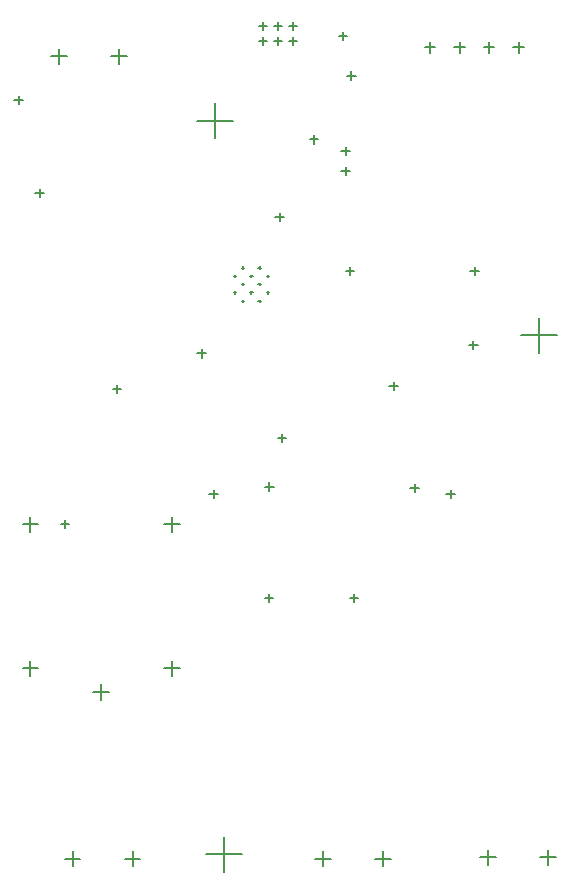
<source format=gbr>
G04*
G04 #@! TF.GenerationSoftware,Altium Limited,Altium Designer,24.4.1 (13)*
G04*
G04 Layer_Color=128*
%FSLAX44Y44*%
%MOMM*%
G71*
G04*
G04 #@! TF.SameCoordinates,35E0C0FB-C19D-4D04-833B-EC0655963EBE*
G04*
G04*
G04 #@! TF.FilePolarity,Positive*
G04*
G01*
G75*
%ADD14C,0.1270*%
D14*
X169150Y687070D02*
X199150D01*
X184150Y672070D02*
Y702070D01*
X176770Y66040D02*
X206770D01*
X191770Y51040D02*
Y81040D01*
X443470Y505460D02*
X473470D01*
X458470Y490460D02*
Y520460D01*
X269113Y62230D02*
X282067D01*
X275590Y55753D02*
Y68707D01*
X319913Y62230D02*
X332867D01*
X326390Y55753D02*
Y68707D01*
X213870Y555710D02*
X215870D01*
X214870Y554710D02*
Y556710D01*
X199870Y555710D02*
X201870D01*
X200870Y554710D02*
Y556710D01*
X227870Y555710D02*
X229870D01*
X228870Y554710D02*
Y556710D01*
X199870Y541710D02*
X201870D01*
X200870Y540710D02*
Y542710D01*
X213870Y541710D02*
X215870D01*
X214870Y540710D02*
Y542710D01*
X227870Y541710D02*
X229870D01*
X228870Y540710D02*
Y542710D01*
X206870Y562710D02*
X208870D01*
X207870Y561710D02*
Y563710D01*
X220870Y562710D02*
X222870D01*
X221870Y561710D02*
Y563710D01*
X206870Y548710D02*
X208870D01*
X207870Y547710D02*
Y549710D01*
X220870Y548710D02*
X222870D01*
X221870Y547710D02*
Y549710D01*
X206870Y534710D02*
X208870D01*
X207870Y533710D02*
Y535710D01*
X220870Y534710D02*
X222870D01*
X221870Y533710D02*
Y535710D01*
X96393Y741680D02*
X109347D01*
X102870Y735203D02*
Y748157D01*
X45593Y741680D02*
X58547D01*
X52070Y735203D02*
Y748157D01*
X57023Y62230D02*
X69977D01*
X63500Y55753D02*
Y68707D01*
X107823Y62230D02*
X120777D01*
X114300Y55753D02*
Y68707D01*
X436660Y749300D02*
X445660D01*
X441160Y744800D02*
Y753800D01*
X411660Y749300D02*
X420660D01*
X416160Y744800D02*
Y753800D01*
X386660Y749300D02*
X395660D01*
X391160Y744800D02*
Y753800D01*
X361660Y749300D02*
X370660D01*
X366160Y744800D02*
Y753800D01*
X459590Y63500D02*
X472590D01*
X466090Y57000D02*
Y70000D01*
X408790Y63500D02*
X421790D01*
X415290Y57000D02*
Y70000D01*
X246595Y754475D02*
X253595D01*
X250095Y750975D02*
Y757975D01*
X246595Y767175D02*
X253595D01*
X250095Y763675D02*
Y770675D01*
X233895Y767175D02*
X240895D01*
X237395Y763675D02*
Y770675D01*
X221195Y767175D02*
X228195D01*
X224695Y763675D02*
Y770675D01*
X233895Y754475D02*
X240895D01*
X237395Y750975D02*
Y757975D01*
X221195Y754475D02*
X228195D01*
X224695Y750975D02*
Y757975D01*
X141130Y345320D02*
X154130D01*
X147630Y338820D02*
Y351820D01*
X21130Y345320D02*
X34130D01*
X27630Y338820D02*
Y351820D01*
X21130Y223320D02*
X34130D01*
X27630Y216820D02*
Y229820D01*
X141130Y223320D02*
X154130D01*
X147630Y216820D02*
Y229820D01*
X81130Y203320D02*
X94130D01*
X87630Y196820D02*
Y209820D01*
X14224Y704850D02*
X21336D01*
X17780Y701294D02*
Y708406D01*
X32004Y626110D02*
X39116D01*
X35560Y622554D02*
Y629666D01*
X331724Y462280D02*
X338836D01*
X335280Y458724D02*
Y465836D01*
X226625Y377358D02*
X233736D01*
X230180Y373802D02*
Y380914D01*
X294894Y560070D02*
X302006D01*
X298450Y556514D02*
Y563626D01*
X400304Y560070D02*
X407416D01*
X403860Y556514D02*
Y563626D01*
X288784Y758754D02*
X295896D01*
X292340Y755198D02*
Y762310D01*
X179324Y370840D02*
X186436D01*
X182880Y367284D02*
Y374396D01*
X297991Y282893D02*
X305103D01*
X301547Y279337D02*
Y286449D01*
X349504Y375920D02*
X356616D01*
X353060Y372364D02*
Y379476D01*
X379984Y370840D02*
X387096D01*
X383540Y367284D02*
Y374396D01*
X226314Y283210D02*
X233426D01*
X229870Y279654D02*
Y286766D01*
X235261Y605734D02*
X242372D01*
X238817Y602178D02*
Y609290D01*
X97338Y460162D02*
X104451D01*
X100894Y456606D02*
Y463718D01*
X295966Y725338D02*
X303078D01*
X299522Y721782D02*
Y728894D01*
X291140Y661584D02*
X298253D01*
X294697Y658028D02*
Y665140D01*
X291140Y644312D02*
X298253D01*
X294697Y640756D02*
Y647868D01*
X264216Y671236D02*
X271329D01*
X267773Y667680D02*
Y674792D01*
X237292Y418506D02*
X244405D01*
X240849Y414950D02*
Y422062D01*
X399344Y497246D02*
X406456D01*
X402901Y493690D02*
Y500802D01*
X169164Y490134D02*
X176276D01*
X172720Y486578D02*
Y493690D01*
X53650Y345862D02*
X60763D01*
X57207Y342306D02*
Y349418D01*
M02*

</source>
